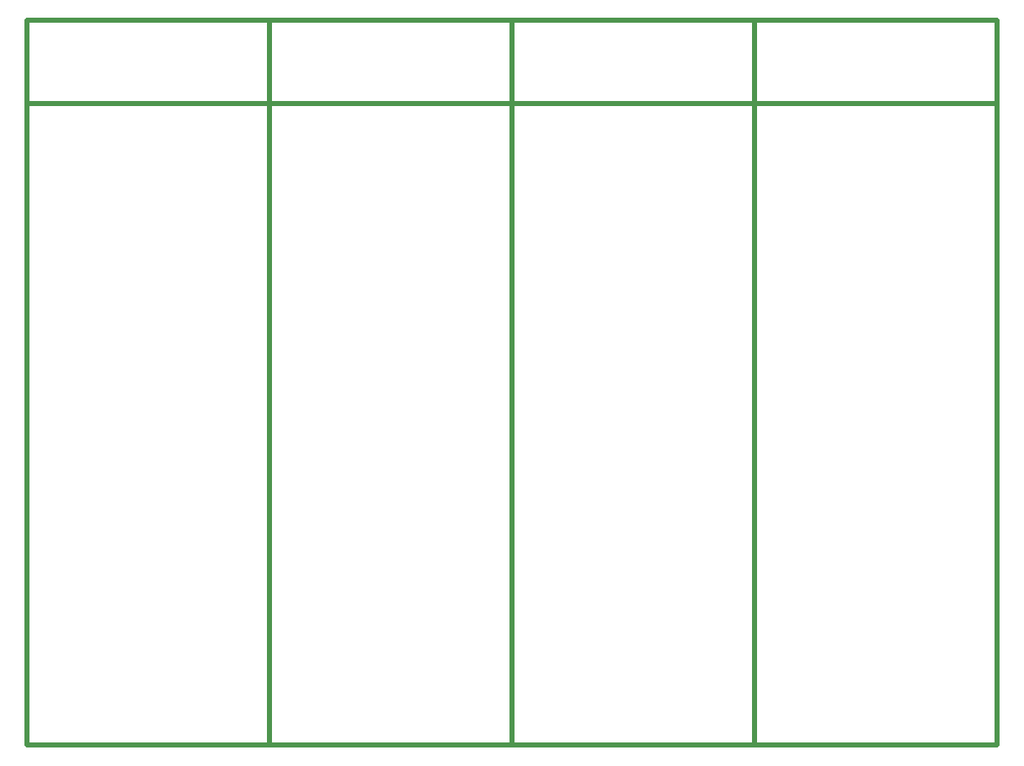
<source format=gm1>
G04 #@! TF.GenerationSoftware,KiCad,Pcbnew,5.1.0-rc1-unknown-e6a200b~76~ubuntu16.04.1*
G04 #@! TF.CreationDate,2019-02-18T11:20:05+01:00
G04 #@! TF.ProjectId,nano324,6e616e6f-3332-4342-9e6b-696361645f70,rev?*
G04 #@! TF.SameCoordinates,Original*
G04 #@! TF.FileFunction,Profile,NP*
%FSLAX46Y46*%
G04 Gerber Fmt 4.6, Leading zero omitted, Abs format (unit mm)*
G04 Created by KiCad (PCBNEW 5.1.0-rc1-unknown-e6a200b~76~ubuntu16.04.1) date 2019-02-18 11:20:05*
%MOMM*%
%LPD*%
G04 APERTURE LIST*
%ADD10C,0.500000*%
G04 APERTURE END LIST*
D10*
X208356200Y-66548000D02*
X183972200Y-66548000D01*
X208356200Y-66548000D02*
X208356200Y-139446000D01*
X208356200Y-139446000D02*
X183972200Y-139446000D01*
X183972200Y-74930000D02*
X208356200Y-74930000D01*
X183972200Y-139446000D02*
X183972200Y-66548000D01*
X183972200Y-66548000D02*
X159588200Y-66548000D01*
X183972200Y-66548000D02*
X183972200Y-139446000D01*
X183972200Y-139446000D02*
X159588200Y-139446000D01*
X159588200Y-74930000D02*
X183972200Y-74930000D01*
X159588200Y-139446000D02*
X159588200Y-66548000D01*
X159588200Y-66548000D02*
X135204200Y-66548000D01*
X159588200Y-66548000D02*
X159588200Y-139446000D01*
X159588200Y-139446000D02*
X135204200Y-139446000D01*
X135204200Y-74930000D02*
X159588200Y-74930000D01*
X135204200Y-139446000D02*
X135204200Y-66548000D01*
X110820200Y-74930000D02*
X135204200Y-74930000D01*
X135204200Y-66548000D02*
X110820200Y-66548000D01*
X135204200Y-66548000D02*
X135204200Y-139446000D01*
X110820200Y-139446000D02*
X110820200Y-66548000D01*
X135204200Y-139446000D02*
X110820200Y-139446000D01*
M02*

</source>
